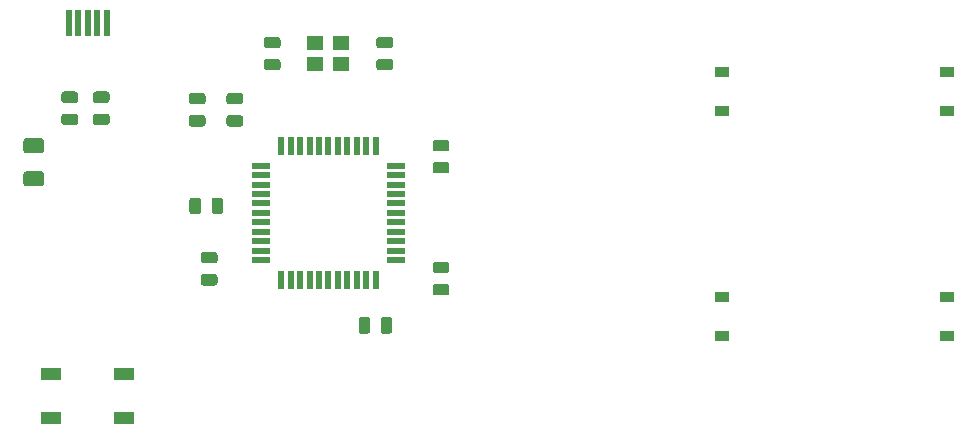
<source format=gbr>
G04 #@! TF.GenerationSoftware,KiCad,Pcbnew,(5.1.5)-3*
G04 #@! TF.CreationDate,2019-12-18T23:42:08-07:00*
G04 #@! TF.ProjectId,MiniV1,4d696e69-5631-42e6-9b69-6361645f7063,rev?*
G04 #@! TF.SameCoordinates,Original*
G04 #@! TF.FileFunction,Paste,Bot*
G04 #@! TF.FilePolarity,Positive*
%FSLAX46Y46*%
G04 Gerber Fmt 4.6, Leading zero omitted, Abs format (unit mm)*
G04 Created by KiCad (PCBNEW (5.1.5)-3) date 2019-12-18 23:42:08*
%MOMM*%
%LPD*%
G04 APERTURE LIST*
%ADD10R,0.500000X2.250000*%
%ADD11R,1.400000X1.200000*%
%ADD12R,0.550000X1.500000*%
%ADD13R,1.500000X0.550000*%
%ADD14R,1.800000X1.100000*%
%ADD15C,0.020000*%
%ADD16R,1.200000X0.900000*%
G04 APERTURE END LIST*
D10*
X81204000Y-59364000D03*
X82004000Y-59364000D03*
X82804000Y-59364000D03*
X83604000Y-59364000D03*
X84404000Y-59364000D03*
D11*
X104287500Y-61062500D03*
X102087500Y-61062500D03*
X102087500Y-62762500D03*
X104287500Y-62762500D03*
D12*
X99187500Y-81106250D03*
X99987500Y-81106250D03*
X100787500Y-81106250D03*
X101587500Y-81106250D03*
X102387500Y-81106250D03*
X103187500Y-81106250D03*
X103987500Y-81106250D03*
X104787500Y-81106250D03*
X105587500Y-81106250D03*
X106387500Y-81106250D03*
X107187500Y-81106250D03*
D13*
X108887500Y-79406250D03*
X108887500Y-78606250D03*
X108887500Y-77806250D03*
X108887500Y-77006250D03*
X108887500Y-76206250D03*
X108887500Y-75406250D03*
X108887500Y-74606250D03*
X108887500Y-73806250D03*
X108887500Y-73006250D03*
X108887500Y-72206250D03*
X108887500Y-71406250D03*
D12*
X107187500Y-69706250D03*
X106387500Y-69706250D03*
X105587500Y-69706250D03*
X104787500Y-69706250D03*
X103987500Y-69706250D03*
X103187500Y-69706250D03*
X102387500Y-69706250D03*
X101587500Y-69706250D03*
X100787500Y-69706250D03*
X99987500Y-69706250D03*
X99187500Y-69706250D03*
D13*
X97487500Y-71406250D03*
X97487500Y-72206250D03*
X97487500Y-73006250D03*
X97487500Y-73806250D03*
X97487500Y-74606250D03*
X97487500Y-75406250D03*
X97487500Y-76206250D03*
X97487500Y-77006250D03*
X97487500Y-77806250D03*
X97487500Y-78606250D03*
X97487500Y-79406250D03*
D14*
X79704000Y-92782000D03*
X85904000Y-89082000D03*
X79704000Y-89082000D03*
X85904000Y-92782000D03*
D15*
G36*
X113192642Y-79538674D02*
G01*
X113216303Y-79542184D01*
X113239507Y-79547996D01*
X113262029Y-79556054D01*
X113283653Y-79566282D01*
X113304170Y-79578579D01*
X113323383Y-79592829D01*
X113341107Y-79608893D01*
X113357171Y-79626617D01*
X113371421Y-79645830D01*
X113383718Y-79666347D01*
X113393946Y-79687971D01*
X113402004Y-79710493D01*
X113407816Y-79733697D01*
X113411326Y-79757358D01*
X113412500Y-79781250D01*
X113412500Y-80268750D01*
X113411326Y-80292642D01*
X113407816Y-80316303D01*
X113402004Y-80339507D01*
X113393946Y-80362029D01*
X113383718Y-80383653D01*
X113371421Y-80404170D01*
X113357171Y-80423383D01*
X113341107Y-80441107D01*
X113323383Y-80457171D01*
X113304170Y-80471421D01*
X113283653Y-80483718D01*
X113262029Y-80493946D01*
X113239507Y-80502004D01*
X113216303Y-80507816D01*
X113192642Y-80511326D01*
X113168750Y-80512500D01*
X112256250Y-80512500D01*
X112232358Y-80511326D01*
X112208697Y-80507816D01*
X112185493Y-80502004D01*
X112162971Y-80493946D01*
X112141347Y-80483718D01*
X112120830Y-80471421D01*
X112101617Y-80457171D01*
X112083893Y-80441107D01*
X112067829Y-80423383D01*
X112053579Y-80404170D01*
X112041282Y-80383653D01*
X112031054Y-80362029D01*
X112022996Y-80339507D01*
X112017184Y-80316303D01*
X112013674Y-80292642D01*
X112012500Y-80268750D01*
X112012500Y-79781250D01*
X112013674Y-79757358D01*
X112017184Y-79733697D01*
X112022996Y-79710493D01*
X112031054Y-79687971D01*
X112041282Y-79666347D01*
X112053579Y-79645830D01*
X112067829Y-79626617D01*
X112083893Y-79608893D01*
X112101617Y-79592829D01*
X112120830Y-79578579D01*
X112141347Y-79566282D01*
X112162971Y-79556054D01*
X112185493Y-79547996D01*
X112208697Y-79542184D01*
X112232358Y-79538674D01*
X112256250Y-79537500D01*
X113168750Y-79537500D01*
X113192642Y-79538674D01*
G37*
G36*
X113192642Y-81413674D02*
G01*
X113216303Y-81417184D01*
X113239507Y-81422996D01*
X113262029Y-81431054D01*
X113283653Y-81441282D01*
X113304170Y-81453579D01*
X113323383Y-81467829D01*
X113341107Y-81483893D01*
X113357171Y-81501617D01*
X113371421Y-81520830D01*
X113383718Y-81541347D01*
X113393946Y-81562971D01*
X113402004Y-81585493D01*
X113407816Y-81608697D01*
X113411326Y-81632358D01*
X113412500Y-81656250D01*
X113412500Y-82143750D01*
X113411326Y-82167642D01*
X113407816Y-82191303D01*
X113402004Y-82214507D01*
X113393946Y-82237029D01*
X113383718Y-82258653D01*
X113371421Y-82279170D01*
X113357171Y-82298383D01*
X113341107Y-82316107D01*
X113323383Y-82332171D01*
X113304170Y-82346421D01*
X113283653Y-82358718D01*
X113262029Y-82368946D01*
X113239507Y-82377004D01*
X113216303Y-82382816D01*
X113192642Y-82386326D01*
X113168750Y-82387500D01*
X112256250Y-82387500D01*
X112232358Y-82386326D01*
X112208697Y-82382816D01*
X112185493Y-82377004D01*
X112162971Y-82368946D01*
X112141347Y-82358718D01*
X112120830Y-82346421D01*
X112101617Y-82332171D01*
X112083893Y-82316107D01*
X112067829Y-82298383D01*
X112053579Y-82279170D01*
X112041282Y-82258653D01*
X112031054Y-82237029D01*
X112022996Y-82214507D01*
X112017184Y-82191303D01*
X112013674Y-82167642D01*
X112012500Y-82143750D01*
X112012500Y-81656250D01*
X112013674Y-81632358D01*
X112017184Y-81608697D01*
X112022996Y-81585493D01*
X112031054Y-81562971D01*
X112041282Y-81541347D01*
X112053579Y-81520830D01*
X112067829Y-81501617D01*
X112083893Y-81483893D01*
X112101617Y-81467829D01*
X112120830Y-81453579D01*
X112141347Y-81441282D01*
X112162971Y-81431054D01*
X112185493Y-81422996D01*
X112208697Y-81417184D01*
X112232358Y-81413674D01*
X112256250Y-81412500D01*
X113168750Y-81412500D01*
X113192642Y-81413674D01*
G37*
G36*
X81760142Y-65124174D02*
G01*
X81783803Y-65127684D01*
X81807007Y-65133496D01*
X81829529Y-65141554D01*
X81851153Y-65151782D01*
X81871670Y-65164079D01*
X81890883Y-65178329D01*
X81908607Y-65194393D01*
X81924671Y-65212117D01*
X81938921Y-65231330D01*
X81951218Y-65251847D01*
X81961446Y-65273471D01*
X81969504Y-65295993D01*
X81975316Y-65319197D01*
X81978826Y-65342858D01*
X81980000Y-65366750D01*
X81980000Y-65854250D01*
X81978826Y-65878142D01*
X81975316Y-65901803D01*
X81969504Y-65925007D01*
X81961446Y-65947529D01*
X81951218Y-65969153D01*
X81938921Y-65989670D01*
X81924671Y-66008883D01*
X81908607Y-66026607D01*
X81890883Y-66042671D01*
X81871670Y-66056921D01*
X81851153Y-66069218D01*
X81829529Y-66079446D01*
X81807007Y-66087504D01*
X81783803Y-66093316D01*
X81760142Y-66096826D01*
X81736250Y-66098000D01*
X80823750Y-66098000D01*
X80799858Y-66096826D01*
X80776197Y-66093316D01*
X80752993Y-66087504D01*
X80730471Y-66079446D01*
X80708847Y-66069218D01*
X80688330Y-66056921D01*
X80669117Y-66042671D01*
X80651393Y-66026607D01*
X80635329Y-66008883D01*
X80621079Y-65989670D01*
X80608782Y-65969153D01*
X80598554Y-65947529D01*
X80590496Y-65925007D01*
X80584684Y-65901803D01*
X80581174Y-65878142D01*
X80580000Y-65854250D01*
X80580000Y-65366750D01*
X80581174Y-65342858D01*
X80584684Y-65319197D01*
X80590496Y-65295993D01*
X80598554Y-65273471D01*
X80608782Y-65251847D01*
X80621079Y-65231330D01*
X80635329Y-65212117D01*
X80651393Y-65194393D01*
X80669117Y-65178329D01*
X80688330Y-65164079D01*
X80708847Y-65151782D01*
X80730471Y-65141554D01*
X80752993Y-65133496D01*
X80776197Y-65127684D01*
X80799858Y-65124174D01*
X80823750Y-65123000D01*
X81736250Y-65123000D01*
X81760142Y-65124174D01*
G37*
G36*
X81760142Y-66999174D02*
G01*
X81783803Y-67002684D01*
X81807007Y-67008496D01*
X81829529Y-67016554D01*
X81851153Y-67026782D01*
X81871670Y-67039079D01*
X81890883Y-67053329D01*
X81908607Y-67069393D01*
X81924671Y-67087117D01*
X81938921Y-67106330D01*
X81951218Y-67126847D01*
X81961446Y-67148471D01*
X81969504Y-67170993D01*
X81975316Y-67194197D01*
X81978826Y-67217858D01*
X81980000Y-67241750D01*
X81980000Y-67729250D01*
X81978826Y-67753142D01*
X81975316Y-67776803D01*
X81969504Y-67800007D01*
X81961446Y-67822529D01*
X81951218Y-67844153D01*
X81938921Y-67864670D01*
X81924671Y-67883883D01*
X81908607Y-67901607D01*
X81890883Y-67917671D01*
X81871670Y-67931921D01*
X81851153Y-67944218D01*
X81829529Y-67954446D01*
X81807007Y-67962504D01*
X81783803Y-67968316D01*
X81760142Y-67971826D01*
X81736250Y-67973000D01*
X80823750Y-67973000D01*
X80799858Y-67971826D01*
X80776197Y-67968316D01*
X80752993Y-67962504D01*
X80730471Y-67954446D01*
X80708847Y-67944218D01*
X80688330Y-67931921D01*
X80669117Y-67917671D01*
X80651393Y-67901607D01*
X80635329Y-67883883D01*
X80621079Y-67864670D01*
X80608782Y-67844153D01*
X80598554Y-67822529D01*
X80590496Y-67800007D01*
X80584684Y-67776803D01*
X80581174Y-67753142D01*
X80580000Y-67729250D01*
X80580000Y-67241750D01*
X80581174Y-67217858D01*
X80584684Y-67194197D01*
X80590496Y-67170993D01*
X80598554Y-67148471D01*
X80608782Y-67126847D01*
X80621079Y-67106330D01*
X80635329Y-67087117D01*
X80651393Y-67069393D01*
X80669117Y-67053329D01*
X80688330Y-67039079D01*
X80708847Y-67026782D01*
X80730471Y-67016554D01*
X80752993Y-67008496D01*
X80776197Y-67002684D01*
X80799858Y-66999174D01*
X80823750Y-66998000D01*
X81736250Y-66998000D01*
X81760142Y-66999174D01*
G37*
G36*
X84427142Y-65124174D02*
G01*
X84450803Y-65127684D01*
X84474007Y-65133496D01*
X84496529Y-65141554D01*
X84518153Y-65151782D01*
X84538670Y-65164079D01*
X84557883Y-65178329D01*
X84575607Y-65194393D01*
X84591671Y-65212117D01*
X84605921Y-65231330D01*
X84618218Y-65251847D01*
X84628446Y-65273471D01*
X84636504Y-65295993D01*
X84642316Y-65319197D01*
X84645826Y-65342858D01*
X84647000Y-65366750D01*
X84647000Y-65854250D01*
X84645826Y-65878142D01*
X84642316Y-65901803D01*
X84636504Y-65925007D01*
X84628446Y-65947529D01*
X84618218Y-65969153D01*
X84605921Y-65989670D01*
X84591671Y-66008883D01*
X84575607Y-66026607D01*
X84557883Y-66042671D01*
X84538670Y-66056921D01*
X84518153Y-66069218D01*
X84496529Y-66079446D01*
X84474007Y-66087504D01*
X84450803Y-66093316D01*
X84427142Y-66096826D01*
X84403250Y-66098000D01*
X83490750Y-66098000D01*
X83466858Y-66096826D01*
X83443197Y-66093316D01*
X83419993Y-66087504D01*
X83397471Y-66079446D01*
X83375847Y-66069218D01*
X83355330Y-66056921D01*
X83336117Y-66042671D01*
X83318393Y-66026607D01*
X83302329Y-66008883D01*
X83288079Y-65989670D01*
X83275782Y-65969153D01*
X83265554Y-65947529D01*
X83257496Y-65925007D01*
X83251684Y-65901803D01*
X83248174Y-65878142D01*
X83247000Y-65854250D01*
X83247000Y-65366750D01*
X83248174Y-65342858D01*
X83251684Y-65319197D01*
X83257496Y-65295993D01*
X83265554Y-65273471D01*
X83275782Y-65251847D01*
X83288079Y-65231330D01*
X83302329Y-65212117D01*
X83318393Y-65194393D01*
X83336117Y-65178329D01*
X83355330Y-65164079D01*
X83375847Y-65151782D01*
X83397471Y-65141554D01*
X83419993Y-65133496D01*
X83443197Y-65127684D01*
X83466858Y-65124174D01*
X83490750Y-65123000D01*
X84403250Y-65123000D01*
X84427142Y-65124174D01*
G37*
G36*
X84427142Y-66999174D02*
G01*
X84450803Y-67002684D01*
X84474007Y-67008496D01*
X84496529Y-67016554D01*
X84518153Y-67026782D01*
X84538670Y-67039079D01*
X84557883Y-67053329D01*
X84575607Y-67069393D01*
X84591671Y-67087117D01*
X84605921Y-67106330D01*
X84618218Y-67126847D01*
X84628446Y-67148471D01*
X84636504Y-67170993D01*
X84642316Y-67194197D01*
X84645826Y-67217858D01*
X84647000Y-67241750D01*
X84647000Y-67729250D01*
X84645826Y-67753142D01*
X84642316Y-67776803D01*
X84636504Y-67800007D01*
X84628446Y-67822529D01*
X84618218Y-67844153D01*
X84605921Y-67864670D01*
X84591671Y-67883883D01*
X84575607Y-67901607D01*
X84557883Y-67917671D01*
X84538670Y-67931921D01*
X84518153Y-67944218D01*
X84496529Y-67954446D01*
X84474007Y-67962504D01*
X84450803Y-67968316D01*
X84427142Y-67971826D01*
X84403250Y-67973000D01*
X83490750Y-67973000D01*
X83466858Y-67971826D01*
X83443197Y-67968316D01*
X83419993Y-67962504D01*
X83397471Y-67954446D01*
X83375847Y-67944218D01*
X83355330Y-67931921D01*
X83336117Y-67917671D01*
X83318393Y-67901607D01*
X83302329Y-67883883D01*
X83288079Y-67864670D01*
X83275782Y-67844153D01*
X83265554Y-67822529D01*
X83257496Y-67800007D01*
X83251684Y-67776803D01*
X83248174Y-67753142D01*
X83247000Y-67729250D01*
X83247000Y-67241750D01*
X83248174Y-67217858D01*
X83251684Y-67194197D01*
X83257496Y-67170993D01*
X83265554Y-67148471D01*
X83275782Y-67126847D01*
X83288079Y-67106330D01*
X83302329Y-67087117D01*
X83318393Y-67069393D01*
X83336117Y-67053329D01*
X83355330Y-67039079D01*
X83375847Y-67026782D01*
X83397471Y-67016554D01*
X83419993Y-67008496D01*
X83443197Y-67002684D01*
X83466858Y-66999174D01*
X83490750Y-66998000D01*
X84403250Y-66998000D01*
X84427142Y-66999174D01*
G37*
G36*
X92555142Y-67126174D02*
G01*
X92578803Y-67129684D01*
X92602007Y-67135496D01*
X92624529Y-67143554D01*
X92646153Y-67153782D01*
X92666670Y-67166079D01*
X92685883Y-67180329D01*
X92703607Y-67196393D01*
X92719671Y-67214117D01*
X92733921Y-67233330D01*
X92746218Y-67253847D01*
X92756446Y-67275471D01*
X92764504Y-67297993D01*
X92770316Y-67321197D01*
X92773826Y-67344858D01*
X92775000Y-67368750D01*
X92775000Y-67856250D01*
X92773826Y-67880142D01*
X92770316Y-67903803D01*
X92764504Y-67927007D01*
X92756446Y-67949529D01*
X92746218Y-67971153D01*
X92733921Y-67991670D01*
X92719671Y-68010883D01*
X92703607Y-68028607D01*
X92685883Y-68044671D01*
X92666670Y-68058921D01*
X92646153Y-68071218D01*
X92624529Y-68081446D01*
X92602007Y-68089504D01*
X92578803Y-68095316D01*
X92555142Y-68098826D01*
X92531250Y-68100000D01*
X91618750Y-68100000D01*
X91594858Y-68098826D01*
X91571197Y-68095316D01*
X91547993Y-68089504D01*
X91525471Y-68081446D01*
X91503847Y-68071218D01*
X91483330Y-68058921D01*
X91464117Y-68044671D01*
X91446393Y-68028607D01*
X91430329Y-68010883D01*
X91416079Y-67991670D01*
X91403782Y-67971153D01*
X91393554Y-67949529D01*
X91385496Y-67927007D01*
X91379684Y-67903803D01*
X91376174Y-67880142D01*
X91375000Y-67856250D01*
X91375000Y-67368750D01*
X91376174Y-67344858D01*
X91379684Y-67321197D01*
X91385496Y-67297993D01*
X91393554Y-67275471D01*
X91403782Y-67253847D01*
X91416079Y-67233330D01*
X91430329Y-67214117D01*
X91446393Y-67196393D01*
X91464117Y-67180329D01*
X91483330Y-67166079D01*
X91503847Y-67153782D01*
X91525471Y-67143554D01*
X91547993Y-67135496D01*
X91571197Y-67129684D01*
X91594858Y-67126174D01*
X91618750Y-67125000D01*
X92531250Y-67125000D01*
X92555142Y-67126174D01*
G37*
G36*
X92555142Y-65251174D02*
G01*
X92578803Y-65254684D01*
X92602007Y-65260496D01*
X92624529Y-65268554D01*
X92646153Y-65278782D01*
X92666670Y-65291079D01*
X92685883Y-65305329D01*
X92703607Y-65321393D01*
X92719671Y-65339117D01*
X92733921Y-65358330D01*
X92746218Y-65378847D01*
X92756446Y-65400471D01*
X92764504Y-65422993D01*
X92770316Y-65446197D01*
X92773826Y-65469858D01*
X92775000Y-65493750D01*
X92775000Y-65981250D01*
X92773826Y-66005142D01*
X92770316Y-66028803D01*
X92764504Y-66052007D01*
X92756446Y-66074529D01*
X92746218Y-66096153D01*
X92733921Y-66116670D01*
X92719671Y-66135883D01*
X92703607Y-66153607D01*
X92685883Y-66169671D01*
X92666670Y-66183921D01*
X92646153Y-66196218D01*
X92624529Y-66206446D01*
X92602007Y-66214504D01*
X92578803Y-66220316D01*
X92555142Y-66223826D01*
X92531250Y-66225000D01*
X91618750Y-66225000D01*
X91594858Y-66223826D01*
X91571197Y-66220316D01*
X91547993Y-66214504D01*
X91525471Y-66206446D01*
X91503847Y-66196218D01*
X91483330Y-66183921D01*
X91464117Y-66169671D01*
X91446393Y-66153607D01*
X91430329Y-66135883D01*
X91416079Y-66116670D01*
X91403782Y-66096153D01*
X91393554Y-66074529D01*
X91385496Y-66052007D01*
X91379684Y-66028803D01*
X91376174Y-66005142D01*
X91375000Y-65981250D01*
X91375000Y-65493750D01*
X91376174Y-65469858D01*
X91379684Y-65446197D01*
X91385496Y-65422993D01*
X91393554Y-65400471D01*
X91403782Y-65378847D01*
X91416079Y-65358330D01*
X91430329Y-65339117D01*
X91446393Y-65321393D01*
X91464117Y-65305329D01*
X91483330Y-65291079D01*
X91503847Y-65278782D01*
X91525471Y-65268554D01*
X91547993Y-65260496D01*
X91571197Y-65254684D01*
X91594858Y-65251174D01*
X91618750Y-65250000D01*
X92531250Y-65250000D01*
X92555142Y-65251174D01*
G37*
G36*
X78881504Y-69096204D02*
G01*
X78905773Y-69099804D01*
X78929571Y-69105765D01*
X78952671Y-69114030D01*
X78974849Y-69124520D01*
X78995893Y-69137133D01*
X79015598Y-69151747D01*
X79033777Y-69168223D01*
X79050253Y-69186402D01*
X79064867Y-69206107D01*
X79077480Y-69227151D01*
X79087970Y-69249329D01*
X79096235Y-69272429D01*
X79102196Y-69296227D01*
X79105796Y-69320496D01*
X79107000Y-69345000D01*
X79107000Y-70095000D01*
X79105796Y-70119504D01*
X79102196Y-70143773D01*
X79096235Y-70167571D01*
X79087970Y-70190671D01*
X79077480Y-70212849D01*
X79064867Y-70233893D01*
X79050253Y-70253598D01*
X79033777Y-70271777D01*
X79015598Y-70288253D01*
X78995893Y-70302867D01*
X78974849Y-70315480D01*
X78952671Y-70325970D01*
X78929571Y-70334235D01*
X78905773Y-70340196D01*
X78881504Y-70343796D01*
X78857000Y-70345000D01*
X77607000Y-70345000D01*
X77582496Y-70343796D01*
X77558227Y-70340196D01*
X77534429Y-70334235D01*
X77511329Y-70325970D01*
X77489151Y-70315480D01*
X77468107Y-70302867D01*
X77448402Y-70288253D01*
X77430223Y-70271777D01*
X77413747Y-70253598D01*
X77399133Y-70233893D01*
X77386520Y-70212849D01*
X77376030Y-70190671D01*
X77367765Y-70167571D01*
X77361804Y-70143773D01*
X77358204Y-70119504D01*
X77357000Y-70095000D01*
X77357000Y-69345000D01*
X77358204Y-69320496D01*
X77361804Y-69296227D01*
X77367765Y-69272429D01*
X77376030Y-69249329D01*
X77386520Y-69227151D01*
X77399133Y-69206107D01*
X77413747Y-69186402D01*
X77430223Y-69168223D01*
X77448402Y-69151747D01*
X77468107Y-69137133D01*
X77489151Y-69124520D01*
X77511329Y-69114030D01*
X77534429Y-69105765D01*
X77558227Y-69099804D01*
X77582496Y-69096204D01*
X77607000Y-69095000D01*
X78857000Y-69095000D01*
X78881504Y-69096204D01*
G37*
G36*
X78881504Y-71896204D02*
G01*
X78905773Y-71899804D01*
X78929571Y-71905765D01*
X78952671Y-71914030D01*
X78974849Y-71924520D01*
X78995893Y-71937133D01*
X79015598Y-71951747D01*
X79033777Y-71968223D01*
X79050253Y-71986402D01*
X79064867Y-72006107D01*
X79077480Y-72027151D01*
X79087970Y-72049329D01*
X79096235Y-72072429D01*
X79102196Y-72096227D01*
X79105796Y-72120496D01*
X79107000Y-72145000D01*
X79107000Y-72895000D01*
X79105796Y-72919504D01*
X79102196Y-72943773D01*
X79096235Y-72967571D01*
X79087970Y-72990671D01*
X79077480Y-73012849D01*
X79064867Y-73033893D01*
X79050253Y-73053598D01*
X79033777Y-73071777D01*
X79015598Y-73088253D01*
X78995893Y-73102867D01*
X78974849Y-73115480D01*
X78952671Y-73125970D01*
X78929571Y-73134235D01*
X78905773Y-73140196D01*
X78881504Y-73143796D01*
X78857000Y-73145000D01*
X77607000Y-73145000D01*
X77582496Y-73143796D01*
X77558227Y-73140196D01*
X77534429Y-73134235D01*
X77511329Y-73125970D01*
X77489151Y-73115480D01*
X77468107Y-73102867D01*
X77448402Y-73088253D01*
X77430223Y-73071777D01*
X77413747Y-73053598D01*
X77399133Y-73033893D01*
X77386520Y-73012849D01*
X77376030Y-72990671D01*
X77367765Y-72967571D01*
X77361804Y-72943773D01*
X77358204Y-72919504D01*
X77357000Y-72895000D01*
X77357000Y-72145000D01*
X77358204Y-72120496D01*
X77361804Y-72096227D01*
X77367765Y-72072429D01*
X77376030Y-72049329D01*
X77386520Y-72027151D01*
X77399133Y-72006107D01*
X77413747Y-71986402D01*
X77430223Y-71968223D01*
X77448402Y-71951747D01*
X77468107Y-71937133D01*
X77489151Y-71924520D01*
X77511329Y-71914030D01*
X77534429Y-71905765D01*
X77558227Y-71899804D01*
X77582496Y-71896204D01*
X77607000Y-71895000D01*
X78857000Y-71895000D01*
X78881504Y-71896204D01*
G37*
D16*
X155575000Y-82487500D03*
X155575000Y-85787500D03*
X136525000Y-82487500D03*
X136525000Y-85787500D03*
X155575000Y-63437500D03*
X155575000Y-66737500D03*
X136525000Y-63437500D03*
X136525000Y-66737500D03*
D15*
G36*
X93571142Y-78713174D02*
G01*
X93594803Y-78716684D01*
X93618007Y-78722496D01*
X93640529Y-78730554D01*
X93662153Y-78740782D01*
X93682670Y-78753079D01*
X93701883Y-78767329D01*
X93719607Y-78783393D01*
X93735671Y-78801117D01*
X93749921Y-78820330D01*
X93762218Y-78840847D01*
X93772446Y-78862471D01*
X93780504Y-78884993D01*
X93786316Y-78908197D01*
X93789826Y-78931858D01*
X93791000Y-78955750D01*
X93791000Y-79443250D01*
X93789826Y-79467142D01*
X93786316Y-79490803D01*
X93780504Y-79514007D01*
X93772446Y-79536529D01*
X93762218Y-79558153D01*
X93749921Y-79578670D01*
X93735671Y-79597883D01*
X93719607Y-79615607D01*
X93701883Y-79631671D01*
X93682670Y-79645921D01*
X93662153Y-79658218D01*
X93640529Y-79668446D01*
X93618007Y-79676504D01*
X93594803Y-79682316D01*
X93571142Y-79685826D01*
X93547250Y-79687000D01*
X92634750Y-79687000D01*
X92610858Y-79685826D01*
X92587197Y-79682316D01*
X92563993Y-79676504D01*
X92541471Y-79668446D01*
X92519847Y-79658218D01*
X92499330Y-79645921D01*
X92480117Y-79631671D01*
X92462393Y-79615607D01*
X92446329Y-79597883D01*
X92432079Y-79578670D01*
X92419782Y-79558153D01*
X92409554Y-79536529D01*
X92401496Y-79514007D01*
X92395684Y-79490803D01*
X92392174Y-79467142D01*
X92391000Y-79443250D01*
X92391000Y-78955750D01*
X92392174Y-78931858D01*
X92395684Y-78908197D01*
X92401496Y-78884993D01*
X92409554Y-78862471D01*
X92419782Y-78840847D01*
X92432079Y-78820330D01*
X92446329Y-78801117D01*
X92462393Y-78783393D01*
X92480117Y-78767329D01*
X92499330Y-78753079D01*
X92519847Y-78740782D01*
X92541471Y-78730554D01*
X92563993Y-78722496D01*
X92587197Y-78716684D01*
X92610858Y-78713174D01*
X92634750Y-78712000D01*
X93547250Y-78712000D01*
X93571142Y-78713174D01*
G37*
G36*
X93571142Y-80588174D02*
G01*
X93594803Y-80591684D01*
X93618007Y-80597496D01*
X93640529Y-80605554D01*
X93662153Y-80615782D01*
X93682670Y-80628079D01*
X93701883Y-80642329D01*
X93719607Y-80658393D01*
X93735671Y-80676117D01*
X93749921Y-80695330D01*
X93762218Y-80715847D01*
X93772446Y-80737471D01*
X93780504Y-80759993D01*
X93786316Y-80783197D01*
X93789826Y-80806858D01*
X93791000Y-80830750D01*
X93791000Y-81318250D01*
X93789826Y-81342142D01*
X93786316Y-81365803D01*
X93780504Y-81389007D01*
X93772446Y-81411529D01*
X93762218Y-81433153D01*
X93749921Y-81453670D01*
X93735671Y-81472883D01*
X93719607Y-81490607D01*
X93701883Y-81506671D01*
X93682670Y-81520921D01*
X93662153Y-81533218D01*
X93640529Y-81543446D01*
X93618007Y-81551504D01*
X93594803Y-81557316D01*
X93571142Y-81560826D01*
X93547250Y-81562000D01*
X92634750Y-81562000D01*
X92610858Y-81560826D01*
X92587197Y-81557316D01*
X92563993Y-81551504D01*
X92541471Y-81543446D01*
X92519847Y-81533218D01*
X92499330Y-81520921D01*
X92480117Y-81506671D01*
X92462393Y-81490607D01*
X92446329Y-81472883D01*
X92432079Y-81453670D01*
X92419782Y-81433153D01*
X92409554Y-81411529D01*
X92401496Y-81389007D01*
X92395684Y-81365803D01*
X92392174Y-81342142D01*
X92391000Y-81318250D01*
X92391000Y-80830750D01*
X92392174Y-80806858D01*
X92395684Y-80783197D01*
X92401496Y-80759993D01*
X92409554Y-80737471D01*
X92419782Y-80715847D01*
X92432079Y-80695330D01*
X92446329Y-80676117D01*
X92462393Y-80658393D01*
X92480117Y-80642329D01*
X92499330Y-80628079D01*
X92519847Y-80615782D01*
X92541471Y-80605554D01*
X92563993Y-80597496D01*
X92587197Y-80591684D01*
X92610858Y-80588174D01*
X92634750Y-80587000D01*
X93547250Y-80587000D01*
X93571142Y-80588174D01*
G37*
G36*
X108361392Y-84232424D02*
G01*
X108385053Y-84235934D01*
X108408257Y-84241746D01*
X108430779Y-84249804D01*
X108452403Y-84260032D01*
X108472920Y-84272329D01*
X108492133Y-84286579D01*
X108509857Y-84302643D01*
X108525921Y-84320367D01*
X108540171Y-84339580D01*
X108552468Y-84360097D01*
X108562696Y-84381721D01*
X108570754Y-84404243D01*
X108576566Y-84427447D01*
X108580076Y-84451108D01*
X108581250Y-84475000D01*
X108581250Y-85387500D01*
X108580076Y-85411392D01*
X108576566Y-85435053D01*
X108570754Y-85458257D01*
X108562696Y-85480779D01*
X108552468Y-85502403D01*
X108540171Y-85522920D01*
X108525921Y-85542133D01*
X108509857Y-85559857D01*
X108492133Y-85575921D01*
X108472920Y-85590171D01*
X108452403Y-85602468D01*
X108430779Y-85612696D01*
X108408257Y-85620754D01*
X108385053Y-85626566D01*
X108361392Y-85630076D01*
X108337500Y-85631250D01*
X107850000Y-85631250D01*
X107826108Y-85630076D01*
X107802447Y-85626566D01*
X107779243Y-85620754D01*
X107756721Y-85612696D01*
X107735097Y-85602468D01*
X107714580Y-85590171D01*
X107695367Y-85575921D01*
X107677643Y-85559857D01*
X107661579Y-85542133D01*
X107647329Y-85522920D01*
X107635032Y-85502403D01*
X107624804Y-85480779D01*
X107616746Y-85458257D01*
X107610934Y-85435053D01*
X107607424Y-85411392D01*
X107606250Y-85387500D01*
X107606250Y-84475000D01*
X107607424Y-84451108D01*
X107610934Y-84427447D01*
X107616746Y-84404243D01*
X107624804Y-84381721D01*
X107635032Y-84360097D01*
X107647329Y-84339580D01*
X107661579Y-84320367D01*
X107677643Y-84302643D01*
X107695367Y-84286579D01*
X107714580Y-84272329D01*
X107735097Y-84260032D01*
X107756721Y-84249804D01*
X107779243Y-84241746D01*
X107802447Y-84235934D01*
X107826108Y-84232424D01*
X107850000Y-84231250D01*
X108337500Y-84231250D01*
X108361392Y-84232424D01*
G37*
G36*
X106486392Y-84232424D02*
G01*
X106510053Y-84235934D01*
X106533257Y-84241746D01*
X106555779Y-84249804D01*
X106577403Y-84260032D01*
X106597920Y-84272329D01*
X106617133Y-84286579D01*
X106634857Y-84302643D01*
X106650921Y-84320367D01*
X106665171Y-84339580D01*
X106677468Y-84360097D01*
X106687696Y-84381721D01*
X106695754Y-84404243D01*
X106701566Y-84427447D01*
X106705076Y-84451108D01*
X106706250Y-84475000D01*
X106706250Y-85387500D01*
X106705076Y-85411392D01*
X106701566Y-85435053D01*
X106695754Y-85458257D01*
X106687696Y-85480779D01*
X106677468Y-85502403D01*
X106665171Y-85522920D01*
X106650921Y-85542133D01*
X106634857Y-85559857D01*
X106617133Y-85575921D01*
X106597920Y-85590171D01*
X106577403Y-85602468D01*
X106555779Y-85612696D01*
X106533257Y-85620754D01*
X106510053Y-85626566D01*
X106486392Y-85630076D01*
X106462500Y-85631250D01*
X105975000Y-85631250D01*
X105951108Y-85630076D01*
X105927447Y-85626566D01*
X105904243Y-85620754D01*
X105881721Y-85612696D01*
X105860097Y-85602468D01*
X105839580Y-85590171D01*
X105820367Y-85575921D01*
X105802643Y-85559857D01*
X105786579Y-85542133D01*
X105772329Y-85522920D01*
X105760032Y-85502403D01*
X105749804Y-85480779D01*
X105741746Y-85458257D01*
X105735934Y-85435053D01*
X105732424Y-85411392D01*
X105731250Y-85387500D01*
X105731250Y-84475000D01*
X105732424Y-84451108D01*
X105735934Y-84427447D01*
X105741746Y-84404243D01*
X105749804Y-84381721D01*
X105760032Y-84360097D01*
X105772329Y-84339580D01*
X105786579Y-84320367D01*
X105802643Y-84302643D01*
X105820367Y-84286579D01*
X105839580Y-84272329D01*
X105860097Y-84260032D01*
X105881721Y-84249804D01*
X105904243Y-84241746D01*
X105927447Y-84235934D01*
X105951108Y-84232424D01*
X105975000Y-84231250D01*
X106462500Y-84231250D01*
X106486392Y-84232424D01*
G37*
G36*
X113192642Y-71094924D02*
G01*
X113216303Y-71098434D01*
X113239507Y-71104246D01*
X113262029Y-71112304D01*
X113283653Y-71122532D01*
X113304170Y-71134829D01*
X113323383Y-71149079D01*
X113341107Y-71165143D01*
X113357171Y-71182867D01*
X113371421Y-71202080D01*
X113383718Y-71222597D01*
X113393946Y-71244221D01*
X113402004Y-71266743D01*
X113407816Y-71289947D01*
X113411326Y-71313608D01*
X113412500Y-71337500D01*
X113412500Y-71825000D01*
X113411326Y-71848892D01*
X113407816Y-71872553D01*
X113402004Y-71895757D01*
X113393946Y-71918279D01*
X113383718Y-71939903D01*
X113371421Y-71960420D01*
X113357171Y-71979633D01*
X113341107Y-71997357D01*
X113323383Y-72013421D01*
X113304170Y-72027671D01*
X113283653Y-72039968D01*
X113262029Y-72050196D01*
X113239507Y-72058254D01*
X113216303Y-72064066D01*
X113192642Y-72067576D01*
X113168750Y-72068750D01*
X112256250Y-72068750D01*
X112232358Y-72067576D01*
X112208697Y-72064066D01*
X112185493Y-72058254D01*
X112162971Y-72050196D01*
X112141347Y-72039968D01*
X112120830Y-72027671D01*
X112101617Y-72013421D01*
X112083893Y-71997357D01*
X112067829Y-71979633D01*
X112053579Y-71960420D01*
X112041282Y-71939903D01*
X112031054Y-71918279D01*
X112022996Y-71895757D01*
X112017184Y-71872553D01*
X112013674Y-71848892D01*
X112012500Y-71825000D01*
X112012500Y-71337500D01*
X112013674Y-71313608D01*
X112017184Y-71289947D01*
X112022996Y-71266743D01*
X112031054Y-71244221D01*
X112041282Y-71222597D01*
X112053579Y-71202080D01*
X112067829Y-71182867D01*
X112083893Y-71165143D01*
X112101617Y-71149079D01*
X112120830Y-71134829D01*
X112141347Y-71122532D01*
X112162971Y-71112304D01*
X112185493Y-71104246D01*
X112208697Y-71098434D01*
X112232358Y-71094924D01*
X112256250Y-71093750D01*
X113168750Y-71093750D01*
X113192642Y-71094924D01*
G37*
G36*
X113192642Y-69219924D02*
G01*
X113216303Y-69223434D01*
X113239507Y-69229246D01*
X113262029Y-69237304D01*
X113283653Y-69247532D01*
X113304170Y-69259829D01*
X113323383Y-69274079D01*
X113341107Y-69290143D01*
X113357171Y-69307867D01*
X113371421Y-69327080D01*
X113383718Y-69347597D01*
X113393946Y-69369221D01*
X113402004Y-69391743D01*
X113407816Y-69414947D01*
X113411326Y-69438608D01*
X113412500Y-69462500D01*
X113412500Y-69950000D01*
X113411326Y-69973892D01*
X113407816Y-69997553D01*
X113402004Y-70020757D01*
X113393946Y-70043279D01*
X113383718Y-70064903D01*
X113371421Y-70085420D01*
X113357171Y-70104633D01*
X113341107Y-70122357D01*
X113323383Y-70138421D01*
X113304170Y-70152671D01*
X113283653Y-70164968D01*
X113262029Y-70175196D01*
X113239507Y-70183254D01*
X113216303Y-70189066D01*
X113192642Y-70192576D01*
X113168750Y-70193750D01*
X112256250Y-70193750D01*
X112232358Y-70192576D01*
X112208697Y-70189066D01*
X112185493Y-70183254D01*
X112162971Y-70175196D01*
X112141347Y-70164968D01*
X112120830Y-70152671D01*
X112101617Y-70138421D01*
X112083893Y-70122357D01*
X112067829Y-70104633D01*
X112053579Y-70085420D01*
X112041282Y-70064903D01*
X112031054Y-70043279D01*
X112022996Y-70020757D01*
X112017184Y-69997553D01*
X112013674Y-69973892D01*
X112012500Y-69950000D01*
X112012500Y-69462500D01*
X112013674Y-69438608D01*
X112017184Y-69414947D01*
X112022996Y-69391743D01*
X112031054Y-69369221D01*
X112041282Y-69347597D01*
X112053579Y-69327080D01*
X112067829Y-69307867D01*
X112083893Y-69290143D01*
X112101617Y-69274079D01*
X112120830Y-69259829D01*
X112141347Y-69247532D01*
X112162971Y-69237304D01*
X112185493Y-69229246D01*
X112208697Y-69223434D01*
X112232358Y-69219924D01*
X112256250Y-69218750D01*
X113168750Y-69218750D01*
X113192642Y-69219924D01*
G37*
G36*
X95730142Y-65251174D02*
G01*
X95753803Y-65254684D01*
X95777007Y-65260496D01*
X95799529Y-65268554D01*
X95821153Y-65278782D01*
X95841670Y-65291079D01*
X95860883Y-65305329D01*
X95878607Y-65321393D01*
X95894671Y-65339117D01*
X95908921Y-65358330D01*
X95921218Y-65378847D01*
X95931446Y-65400471D01*
X95939504Y-65422993D01*
X95945316Y-65446197D01*
X95948826Y-65469858D01*
X95950000Y-65493750D01*
X95950000Y-65981250D01*
X95948826Y-66005142D01*
X95945316Y-66028803D01*
X95939504Y-66052007D01*
X95931446Y-66074529D01*
X95921218Y-66096153D01*
X95908921Y-66116670D01*
X95894671Y-66135883D01*
X95878607Y-66153607D01*
X95860883Y-66169671D01*
X95841670Y-66183921D01*
X95821153Y-66196218D01*
X95799529Y-66206446D01*
X95777007Y-66214504D01*
X95753803Y-66220316D01*
X95730142Y-66223826D01*
X95706250Y-66225000D01*
X94793750Y-66225000D01*
X94769858Y-66223826D01*
X94746197Y-66220316D01*
X94722993Y-66214504D01*
X94700471Y-66206446D01*
X94678847Y-66196218D01*
X94658330Y-66183921D01*
X94639117Y-66169671D01*
X94621393Y-66153607D01*
X94605329Y-66135883D01*
X94591079Y-66116670D01*
X94578782Y-66096153D01*
X94568554Y-66074529D01*
X94560496Y-66052007D01*
X94554684Y-66028803D01*
X94551174Y-66005142D01*
X94550000Y-65981250D01*
X94550000Y-65493750D01*
X94551174Y-65469858D01*
X94554684Y-65446197D01*
X94560496Y-65422993D01*
X94568554Y-65400471D01*
X94578782Y-65378847D01*
X94591079Y-65358330D01*
X94605329Y-65339117D01*
X94621393Y-65321393D01*
X94639117Y-65305329D01*
X94658330Y-65291079D01*
X94678847Y-65278782D01*
X94700471Y-65268554D01*
X94722993Y-65260496D01*
X94746197Y-65254684D01*
X94769858Y-65251174D01*
X94793750Y-65250000D01*
X95706250Y-65250000D01*
X95730142Y-65251174D01*
G37*
G36*
X95730142Y-67126174D02*
G01*
X95753803Y-67129684D01*
X95777007Y-67135496D01*
X95799529Y-67143554D01*
X95821153Y-67153782D01*
X95841670Y-67166079D01*
X95860883Y-67180329D01*
X95878607Y-67196393D01*
X95894671Y-67214117D01*
X95908921Y-67233330D01*
X95921218Y-67253847D01*
X95931446Y-67275471D01*
X95939504Y-67297993D01*
X95945316Y-67321197D01*
X95948826Y-67344858D01*
X95950000Y-67368750D01*
X95950000Y-67856250D01*
X95948826Y-67880142D01*
X95945316Y-67903803D01*
X95939504Y-67927007D01*
X95931446Y-67949529D01*
X95921218Y-67971153D01*
X95908921Y-67991670D01*
X95894671Y-68010883D01*
X95878607Y-68028607D01*
X95860883Y-68044671D01*
X95841670Y-68058921D01*
X95821153Y-68071218D01*
X95799529Y-68081446D01*
X95777007Y-68089504D01*
X95753803Y-68095316D01*
X95730142Y-68098826D01*
X95706250Y-68100000D01*
X94793750Y-68100000D01*
X94769858Y-68098826D01*
X94746197Y-68095316D01*
X94722993Y-68089504D01*
X94700471Y-68081446D01*
X94678847Y-68071218D01*
X94658330Y-68058921D01*
X94639117Y-68044671D01*
X94621393Y-68028607D01*
X94605329Y-68010883D01*
X94591079Y-67991670D01*
X94578782Y-67971153D01*
X94568554Y-67949529D01*
X94560496Y-67927007D01*
X94554684Y-67903803D01*
X94551174Y-67880142D01*
X94550000Y-67856250D01*
X94550000Y-67368750D01*
X94551174Y-67344858D01*
X94554684Y-67321197D01*
X94560496Y-67297993D01*
X94568554Y-67275471D01*
X94578782Y-67253847D01*
X94591079Y-67233330D01*
X94605329Y-67214117D01*
X94621393Y-67196393D01*
X94639117Y-67180329D01*
X94658330Y-67166079D01*
X94678847Y-67153782D01*
X94700471Y-67143554D01*
X94722993Y-67135496D01*
X94746197Y-67129684D01*
X94769858Y-67126174D01*
X94793750Y-67125000D01*
X95706250Y-67125000D01*
X95730142Y-67126174D01*
G37*
G36*
X92167142Y-74104174D02*
G01*
X92190803Y-74107684D01*
X92214007Y-74113496D01*
X92236529Y-74121554D01*
X92258153Y-74131782D01*
X92278670Y-74144079D01*
X92297883Y-74158329D01*
X92315607Y-74174393D01*
X92331671Y-74192117D01*
X92345921Y-74211330D01*
X92358218Y-74231847D01*
X92368446Y-74253471D01*
X92376504Y-74275993D01*
X92382316Y-74299197D01*
X92385826Y-74322858D01*
X92387000Y-74346750D01*
X92387000Y-75259250D01*
X92385826Y-75283142D01*
X92382316Y-75306803D01*
X92376504Y-75330007D01*
X92368446Y-75352529D01*
X92358218Y-75374153D01*
X92345921Y-75394670D01*
X92331671Y-75413883D01*
X92315607Y-75431607D01*
X92297883Y-75447671D01*
X92278670Y-75461921D01*
X92258153Y-75474218D01*
X92236529Y-75484446D01*
X92214007Y-75492504D01*
X92190803Y-75498316D01*
X92167142Y-75501826D01*
X92143250Y-75503000D01*
X91655750Y-75503000D01*
X91631858Y-75501826D01*
X91608197Y-75498316D01*
X91584993Y-75492504D01*
X91562471Y-75484446D01*
X91540847Y-75474218D01*
X91520330Y-75461921D01*
X91501117Y-75447671D01*
X91483393Y-75431607D01*
X91467329Y-75413883D01*
X91453079Y-75394670D01*
X91440782Y-75374153D01*
X91430554Y-75352529D01*
X91422496Y-75330007D01*
X91416684Y-75306803D01*
X91413174Y-75283142D01*
X91412000Y-75259250D01*
X91412000Y-74346750D01*
X91413174Y-74322858D01*
X91416684Y-74299197D01*
X91422496Y-74275993D01*
X91430554Y-74253471D01*
X91440782Y-74231847D01*
X91453079Y-74211330D01*
X91467329Y-74192117D01*
X91483393Y-74174393D01*
X91501117Y-74158329D01*
X91520330Y-74144079D01*
X91540847Y-74131782D01*
X91562471Y-74121554D01*
X91584993Y-74113496D01*
X91608197Y-74107684D01*
X91631858Y-74104174D01*
X91655750Y-74103000D01*
X92143250Y-74103000D01*
X92167142Y-74104174D01*
G37*
G36*
X94042142Y-74104174D02*
G01*
X94065803Y-74107684D01*
X94089007Y-74113496D01*
X94111529Y-74121554D01*
X94133153Y-74131782D01*
X94153670Y-74144079D01*
X94172883Y-74158329D01*
X94190607Y-74174393D01*
X94206671Y-74192117D01*
X94220921Y-74211330D01*
X94233218Y-74231847D01*
X94243446Y-74253471D01*
X94251504Y-74275993D01*
X94257316Y-74299197D01*
X94260826Y-74322858D01*
X94262000Y-74346750D01*
X94262000Y-75259250D01*
X94260826Y-75283142D01*
X94257316Y-75306803D01*
X94251504Y-75330007D01*
X94243446Y-75352529D01*
X94233218Y-75374153D01*
X94220921Y-75394670D01*
X94206671Y-75413883D01*
X94190607Y-75431607D01*
X94172883Y-75447671D01*
X94153670Y-75461921D01*
X94133153Y-75474218D01*
X94111529Y-75484446D01*
X94089007Y-75492504D01*
X94065803Y-75498316D01*
X94042142Y-75501826D01*
X94018250Y-75503000D01*
X93530750Y-75503000D01*
X93506858Y-75501826D01*
X93483197Y-75498316D01*
X93459993Y-75492504D01*
X93437471Y-75484446D01*
X93415847Y-75474218D01*
X93395330Y-75461921D01*
X93376117Y-75447671D01*
X93358393Y-75431607D01*
X93342329Y-75413883D01*
X93328079Y-75394670D01*
X93315782Y-75374153D01*
X93305554Y-75352529D01*
X93297496Y-75330007D01*
X93291684Y-75306803D01*
X93288174Y-75283142D01*
X93287000Y-75259250D01*
X93287000Y-74346750D01*
X93288174Y-74322858D01*
X93291684Y-74299197D01*
X93297496Y-74275993D01*
X93305554Y-74253471D01*
X93315782Y-74231847D01*
X93328079Y-74211330D01*
X93342329Y-74192117D01*
X93358393Y-74174393D01*
X93376117Y-74158329D01*
X93395330Y-74144079D01*
X93415847Y-74131782D01*
X93437471Y-74121554D01*
X93459993Y-74113496D01*
X93483197Y-74107684D01*
X93506858Y-74104174D01*
X93530750Y-74103000D01*
X94018250Y-74103000D01*
X94042142Y-74104174D01*
G37*
G36*
X98905142Y-62363674D02*
G01*
X98928803Y-62367184D01*
X98952007Y-62372996D01*
X98974529Y-62381054D01*
X98996153Y-62391282D01*
X99016670Y-62403579D01*
X99035883Y-62417829D01*
X99053607Y-62433893D01*
X99069671Y-62451617D01*
X99083921Y-62470830D01*
X99096218Y-62491347D01*
X99106446Y-62512971D01*
X99114504Y-62535493D01*
X99120316Y-62558697D01*
X99123826Y-62582358D01*
X99125000Y-62606250D01*
X99125000Y-63093750D01*
X99123826Y-63117642D01*
X99120316Y-63141303D01*
X99114504Y-63164507D01*
X99106446Y-63187029D01*
X99096218Y-63208653D01*
X99083921Y-63229170D01*
X99069671Y-63248383D01*
X99053607Y-63266107D01*
X99035883Y-63282171D01*
X99016670Y-63296421D01*
X98996153Y-63308718D01*
X98974529Y-63318946D01*
X98952007Y-63327004D01*
X98928803Y-63332816D01*
X98905142Y-63336326D01*
X98881250Y-63337500D01*
X97968750Y-63337500D01*
X97944858Y-63336326D01*
X97921197Y-63332816D01*
X97897993Y-63327004D01*
X97875471Y-63318946D01*
X97853847Y-63308718D01*
X97833330Y-63296421D01*
X97814117Y-63282171D01*
X97796393Y-63266107D01*
X97780329Y-63248383D01*
X97766079Y-63229170D01*
X97753782Y-63208653D01*
X97743554Y-63187029D01*
X97735496Y-63164507D01*
X97729684Y-63141303D01*
X97726174Y-63117642D01*
X97725000Y-63093750D01*
X97725000Y-62606250D01*
X97726174Y-62582358D01*
X97729684Y-62558697D01*
X97735496Y-62535493D01*
X97743554Y-62512971D01*
X97753782Y-62491347D01*
X97766079Y-62470830D01*
X97780329Y-62451617D01*
X97796393Y-62433893D01*
X97814117Y-62417829D01*
X97833330Y-62403579D01*
X97853847Y-62391282D01*
X97875471Y-62381054D01*
X97897993Y-62372996D01*
X97921197Y-62367184D01*
X97944858Y-62363674D01*
X97968750Y-62362500D01*
X98881250Y-62362500D01*
X98905142Y-62363674D01*
G37*
G36*
X98905142Y-60488674D02*
G01*
X98928803Y-60492184D01*
X98952007Y-60497996D01*
X98974529Y-60506054D01*
X98996153Y-60516282D01*
X99016670Y-60528579D01*
X99035883Y-60542829D01*
X99053607Y-60558893D01*
X99069671Y-60576617D01*
X99083921Y-60595830D01*
X99096218Y-60616347D01*
X99106446Y-60637971D01*
X99114504Y-60660493D01*
X99120316Y-60683697D01*
X99123826Y-60707358D01*
X99125000Y-60731250D01*
X99125000Y-61218750D01*
X99123826Y-61242642D01*
X99120316Y-61266303D01*
X99114504Y-61289507D01*
X99106446Y-61312029D01*
X99096218Y-61333653D01*
X99083921Y-61354170D01*
X99069671Y-61373383D01*
X99053607Y-61391107D01*
X99035883Y-61407171D01*
X99016670Y-61421421D01*
X98996153Y-61433718D01*
X98974529Y-61443946D01*
X98952007Y-61452004D01*
X98928803Y-61457816D01*
X98905142Y-61461326D01*
X98881250Y-61462500D01*
X97968750Y-61462500D01*
X97944858Y-61461326D01*
X97921197Y-61457816D01*
X97897993Y-61452004D01*
X97875471Y-61443946D01*
X97853847Y-61433718D01*
X97833330Y-61421421D01*
X97814117Y-61407171D01*
X97796393Y-61391107D01*
X97780329Y-61373383D01*
X97766079Y-61354170D01*
X97753782Y-61333653D01*
X97743554Y-61312029D01*
X97735496Y-61289507D01*
X97729684Y-61266303D01*
X97726174Y-61242642D01*
X97725000Y-61218750D01*
X97725000Y-60731250D01*
X97726174Y-60707358D01*
X97729684Y-60683697D01*
X97735496Y-60660493D01*
X97743554Y-60637971D01*
X97753782Y-60616347D01*
X97766079Y-60595830D01*
X97780329Y-60576617D01*
X97796393Y-60558893D01*
X97814117Y-60542829D01*
X97833330Y-60528579D01*
X97853847Y-60516282D01*
X97875471Y-60506054D01*
X97897993Y-60497996D01*
X97921197Y-60492184D01*
X97944858Y-60488674D01*
X97968750Y-60487500D01*
X98881250Y-60487500D01*
X98905142Y-60488674D01*
G37*
G36*
X108430142Y-60488674D02*
G01*
X108453803Y-60492184D01*
X108477007Y-60497996D01*
X108499529Y-60506054D01*
X108521153Y-60516282D01*
X108541670Y-60528579D01*
X108560883Y-60542829D01*
X108578607Y-60558893D01*
X108594671Y-60576617D01*
X108608921Y-60595830D01*
X108621218Y-60616347D01*
X108631446Y-60637971D01*
X108639504Y-60660493D01*
X108645316Y-60683697D01*
X108648826Y-60707358D01*
X108650000Y-60731250D01*
X108650000Y-61218750D01*
X108648826Y-61242642D01*
X108645316Y-61266303D01*
X108639504Y-61289507D01*
X108631446Y-61312029D01*
X108621218Y-61333653D01*
X108608921Y-61354170D01*
X108594671Y-61373383D01*
X108578607Y-61391107D01*
X108560883Y-61407171D01*
X108541670Y-61421421D01*
X108521153Y-61433718D01*
X108499529Y-61443946D01*
X108477007Y-61452004D01*
X108453803Y-61457816D01*
X108430142Y-61461326D01*
X108406250Y-61462500D01*
X107493750Y-61462500D01*
X107469858Y-61461326D01*
X107446197Y-61457816D01*
X107422993Y-61452004D01*
X107400471Y-61443946D01*
X107378847Y-61433718D01*
X107358330Y-61421421D01*
X107339117Y-61407171D01*
X107321393Y-61391107D01*
X107305329Y-61373383D01*
X107291079Y-61354170D01*
X107278782Y-61333653D01*
X107268554Y-61312029D01*
X107260496Y-61289507D01*
X107254684Y-61266303D01*
X107251174Y-61242642D01*
X107250000Y-61218750D01*
X107250000Y-60731250D01*
X107251174Y-60707358D01*
X107254684Y-60683697D01*
X107260496Y-60660493D01*
X107268554Y-60637971D01*
X107278782Y-60616347D01*
X107291079Y-60595830D01*
X107305329Y-60576617D01*
X107321393Y-60558893D01*
X107339117Y-60542829D01*
X107358330Y-60528579D01*
X107378847Y-60516282D01*
X107400471Y-60506054D01*
X107422993Y-60497996D01*
X107446197Y-60492184D01*
X107469858Y-60488674D01*
X107493750Y-60487500D01*
X108406250Y-60487500D01*
X108430142Y-60488674D01*
G37*
G36*
X108430142Y-62363674D02*
G01*
X108453803Y-62367184D01*
X108477007Y-62372996D01*
X108499529Y-62381054D01*
X108521153Y-62391282D01*
X108541670Y-62403579D01*
X108560883Y-62417829D01*
X108578607Y-62433893D01*
X108594671Y-62451617D01*
X108608921Y-62470830D01*
X108621218Y-62491347D01*
X108631446Y-62512971D01*
X108639504Y-62535493D01*
X108645316Y-62558697D01*
X108648826Y-62582358D01*
X108650000Y-62606250D01*
X108650000Y-63093750D01*
X108648826Y-63117642D01*
X108645316Y-63141303D01*
X108639504Y-63164507D01*
X108631446Y-63187029D01*
X108621218Y-63208653D01*
X108608921Y-63229170D01*
X108594671Y-63248383D01*
X108578607Y-63266107D01*
X108560883Y-63282171D01*
X108541670Y-63296421D01*
X108521153Y-63308718D01*
X108499529Y-63318946D01*
X108477007Y-63327004D01*
X108453803Y-63332816D01*
X108430142Y-63336326D01*
X108406250Y-63337500D01*
X107493750Y-63337500D01*
X107469858Y-63336326D01*
X107446197Y-63332816D01*
X107422993Y-63327004D01*
X107400471Y-63318946D01*
X107378847Y-63308718D01*
X107358330Y-63296421D01*
X107339117Y-63282171D01*
X107321393Y-63266107D01*
X107305329Y-63248383D01*
X107291079Y-63229170D01*
X107278782Y-63208653D01*
X107268554Y-63187029D01*
X107260496Y-63164507D01*
X107254684Y-63141303D01*
X107251174Y-63117642D01*
X107250000Y-63093750D01*
X107250000Y-62606250D01*
X107251174Y-62582358D01*
X107254684Y-62558697D01*
X107260496Y-62535493D01*
X107268554Y-62512971D01*
X107278782Y-62491347D01*
X107291079Y-62470830D01*
X107305329Y-62451617D01*
X107321393Y-62433893D01*
X107339117Y-62417829D01*
X107358330Y-62403579D01*
X107378847Y-62391282D01*
X107400471Y-62381054D01*
X107422993Y-62372996D01*
X107446197Y-62367184D01*
X107469858Y-62363674D01*
X107493750Y-62362500D01*
X108406250Y-62362500D01*
X108430142Y-62363674D01*
G37*
M02*

</source>
